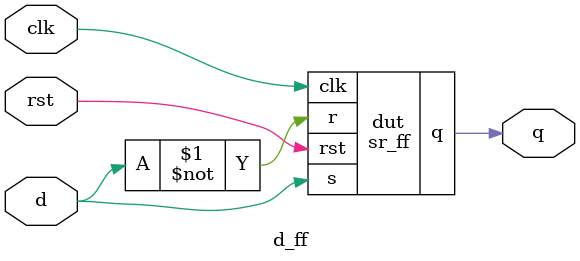
<source format=v>
module sr_ff(output reg q,
input wire s,r,
input wire clk,rst
);
always @(posedge clk) begin
    if (rst)
    q <=0;
    else begin
      case({s,r})
        2'b00: q <= q;
        2'b01: q <= 0;
        2'b10: q <= 1;
        2'b11: q <= 1'bx;
        endcase
    end
end 
endmodule
module d_ff (output q, input d, clk, rst);
  sr_ff dut(.clk(clk), .rst(rst), .s(d), .r(~d), .q(q));
endmodule

</source>
